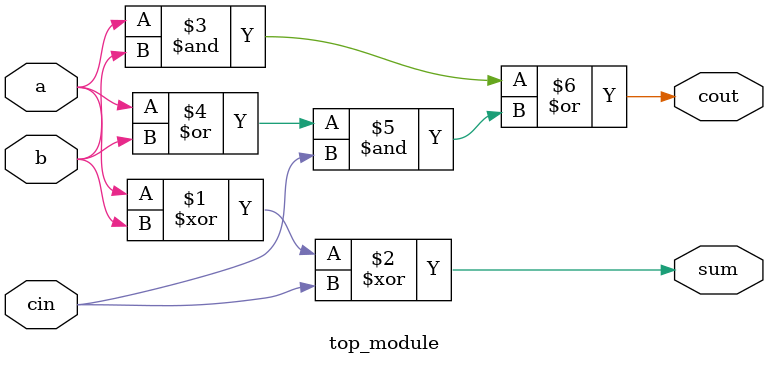
<source format=v>
module top_module( 
    input a, b, cin,
    output cout, sum );
    assign sum =(a ^b) ^cin ;
    assign cout=(a&b) | ((a|b)&cin);
endmodule

</source>
